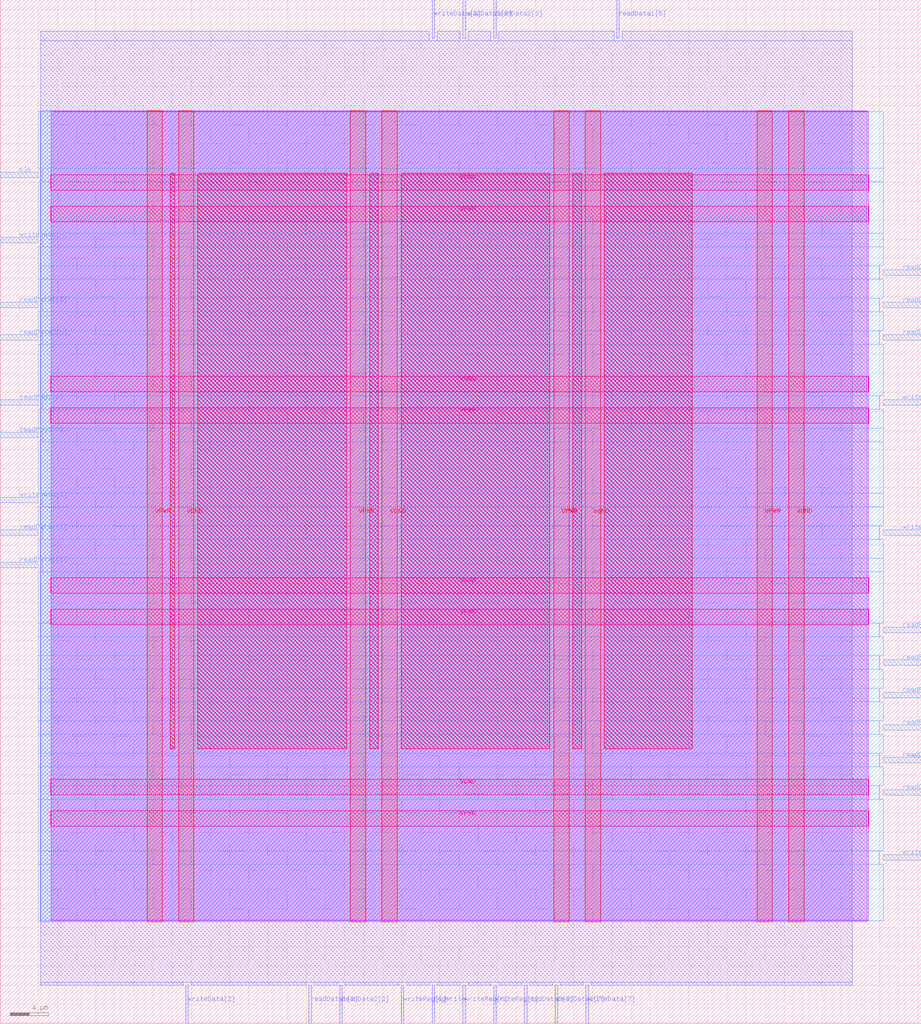
<source format=lef>
VERSION 5.7 ;
  NOWIREEXTENSIONATPIN ON ;
  DIVIDERCHAR "/" ;
  BUSBITCHARS "[]" ;
MACRO register_file
  CLASS BLOCK ;
  FOREIGN register_file ;
  ORIGIN 0.000 0.000 ;
  SIZE 96.345 BY 107.065 ;
  PIN VGND
    DIRECTION INOUT ;
    USE GROUND ;
    PORT
      LAYER met4 ;
        RECT 18.655 10.640 20.255 95.440 ;
    END
    PORT
      LAYER met4 ;
        RECT 39.930 10.640 41.530 95.440 ;
    END
    PORT
      LAYER met4 ;
        RECT 61.205 10.640 62.805 95.440 ;
    END
    PORT
      LAYER met4 ;
        RECT 82.480 10.640 84.080 95.440 ;
    END
    PORT
      LAYER met5 ;
        RECT 5.280 23.920 90.860 25.520 ;
    END
    PORT
      LAYER met5 ;
        RECT 5.280 45.000 90.860 46.600 ;
    END
    PORT
      LAYER met5 ;
        RECT 5.280 66.080 90.860 67.680 ;
    END
    PORT
      LAYER met5 ;
        RECT 5.280 87.160 90.860 88.760 ;
    END
  END VGND
  PIN VPWR
    DIRECTION INOUT ;
    USE POWER ;
    PORT
      LAYER met4 ;
        RECT 15.355 10.640 16.955 95.440 ;
    END
    PORT
      LAYER met4 ;
        RECT 36.630 10.640 38.230 95.440 ;
    END
    PORT
      LAYER met4 ;
        RECT 57.905 10.640 59.505 95.440 ;
    END
    PORT
      LAYER met4 ;
        RECT 79.180 10.640 80.780 95.440 ;
    END
    PORT
      LAYER met5 ;
        RECT 5.280 20.620 90.860 22.220 ;
    END
    PORT
      LAYER met5 ;
        RECT 5.280 41.700 90.860 43.300 ;
    END
    PORT
      LAYER met5 ;
        RECT 5.280 62.780 90.860 64.380 ;
    END
    PORT
      LAYER met5 ;
        RECT 5.280 83.860 90.860 85.460 ;
    END
  END VPWR
  PIN clk
    DIRECTION INPUT ;
    USE SIGNAL ;
    ANTENNAGATEAREA 0.852000 ;
    PORT
      LAYER met3 ;
        RECT 0.000 88.440 4.000 89.040 ;
    END
  END clk
  PIN readData1[0]
    DIRECTION OUTPUT ;
    USE SIGNAL ;
    ANTENNADIFFAREA 0.445500 ;
    PORT
      LAYER met3 ;
        RECT 0.000 74.840 4.000 75.440 ;
    END
  END readData1[0]
  PIN readData1[1]
    DIRECTION OUTPUT ;
    USE SIGNAL ;
    ANTENNADIFFAREA 0.445500 ;
    PORT
      LAYER met3 ;
        RECT 0.000 47.640 4.000 48.240 ;
    END
  END readData1[1]
  PIN readData1[2]
    DIRECTION OUTPUT ;
    USE SIGNAL ;
    ANTENNADIFFAREA 0.445500 ;
    PORT
      LAYER met2 ;
        RECT 32.290 0.000 32.570 4.000 ;
    END
  END readData1[2]
  PIN readData1[3]
    DIRECTION OUTPUT ;
    USE SIGNAL ;
    ANTENNADIFFAREA 0.795200 ;
    PORT
      LAYER met2 ;
        RECT 48.390 103.065 48.670 107.065 ;
    END
  END readData1[3]
  PIN readData1[4]
    DIRECTION OUTPUT ;
    USE SIGNAL ;
    ANTENNADIFFAREA 0.445500 ;
    PORT
      LAYER met3 ;
        RECT 92.345 78.240 96.345 78.840 ;
    END
  END readData1[4]
  PIN readData1[5]
    DIRECTION OUTPUT ;
    USE SIGNAL ;
    ANTENNADIFFAREA 0.795200 ;
    PORT
      LAYER met2 ;
        RECT 64.490 103.065 64.770 107.065 ;
    END
  END readData1[5]
  PIN readData1[6]
    DIRECTION OUTPUT ;
    USE SIGNAL ;
    ANTENNADIFFAREA 0.445500 ;
    PORT
      LAYER met3 ;
        RECT 92.345 27.240 96.345 27.840 ;
    END
  END readData1[6]
  PIN readData1[7]
    DIRECTION OUTPUT ;
    USE SIGNAL ;
    ANTENNADIFFAREA 0.445500 ;
    PORT
      LAYER met2 ;
        RECT 58.050 0.000 58.330 4.000 ;
    END
  END readData1[7]
  PIN readData2[0]
    DIRECTION OUTPUT ;
    USE SIGNAL ;
    ANTENNADIFFAREA 0.445500 ;
    PORT
      LAYER met3 ;
        RECT 0.000 71.440 4.000 72.040 ;
    END
  END readData2[0]
  PIN readData2[1]
    DIRECTION OUTPUT ;
    USE SIGNAL ;
    ANTENNADIFFAREA 0.445500 ;
    PORT
      LAYER met3 ;
        RECT 0.000 51.040 4.000 51.640 ;
    END
  END readData2[1]
  PIN readData2[2]
    DIRECTION OUTPUT ;
    USE SIGNAL ;
    ANTENNADIFFAREA 0.445500 ;
    PORT
      LAYER met2 ;
        RECT 35.510 0.000 35.790 4.000 ;
    END
  END readData2[2]
  PIN readData2[3]
    DIRECTION OUTPUT ;
    USE SIGNAL ;
    ANTENNADIFFAREA 0.795200 ;
    PORT
      LAYER met2 ;
        RECT 51.610 103.065 51.890 107.065 ;
    END
  END readData2[3]
  PIN readData2[4]
    DIRECTION OUTPUT ;
    USE SIGNAL ;
    ANTENNADIFFAREA 0.445500 ;
    PORT
      LAYER met3 ;
        RECT 92.345 74.840 96.345 75.440 ;
    END
  END readData2[4]
  PIN readData2[5]
    DIRECTION OUTPUT ;
    USE SIGNAL ;
    ANTENNADIFFAREA 0.445500 ;
    PORT
      LAYER met3 ;
        RECT 92.345 71.440 96.345 72.040 ;
    END
  END readData2[5]
  PIN readData2[6]
    DIRECTION OUTPUT ;
    USE SIGNAL ;
    ANTENNADIFFAREA 0.445500 ;
    PORT
      LAYER met3 ;
        RECT 92.345 23.840 96.345 24.440 ;
    END
  END readData2[6]
  PIN readData2[7]
    DIRECTION OUTPUT ;
    USE SIGNAL ;
    ANTENNADIFFAREA 0.445500 ;
    PORT
      LAYER met2 ;
        RECT 54.830 0.000 55.110 4.000 ;
    END
  END readData2[7]
  PIN readReg1[0]
    DIRECTION INPUT ;
    USE SIGNAL ;
    ANTENNAGATEAREA 0.126000 ;
    PORT
      LAYER met3 ;
        RECT 92.345 30.640 96.345 31.240 ;
    END
  END readReg1[0]
  PIN readReg1[1]
    DIRECTION INPUT ;
    USE SIGNAL ;
    ANTENNAGATEAREA 0.126000 ;
    PORT
      LAYER met3 ;
        RECT 92.345 37.440 96.345 38.040 ;
    END
  END readReg1[1]
  PIN readReg1[2]
    DIRECTION INPUT ;
    USE SIGNAL ;
    ANTENNAGATEAREA 0.213000 ;
    PORT
      LAYER met3 ;
        RECT 0.000 64.640 4.000 65.240 ;
    END
  END readReg1[2]
  PIN readReg2[0]
    DIRECTION INPUT ;
    USE SIGNAL ;
    ANTENNAGATEAREA 0.126000 ;
    PORT
      LAYER met3 ;
        RECT 92.345 34.040 96.345 34.640 ;
    END
  END readReg2[0]
  PIN readReg2[1]
    DIRECTION INPUT ;
    USE SIGNAL ;
    ANTENNAGATEAREA 0.126000 ;
    ANTENNADIFFAREA 0.434700 ;
    PORT
      LAYER met3 ;
        RECT 92.345 40.840 96.345 41.440 ;
    END
  END readReg2[1]
  PIN readReg2[2]
    DIRECTION INPUT ;
    USE SIGNAL ;
    ANTENNAGATEAREA 0.213000 ;
    PORT
      LAYER met3 ;
        RECT 0.000 61.240 4.000 61.840 ;
    END
  END readReg2[2]
  PIN regWrite
    DIRECTION INPUT ;
    USE SIGNAL ;
    ANTENNAGATEAREA 0.213000 ;
    PORT
      LAYER met2 ;
        RECT 45.170 0.000 45.450 4.000 ;
    END
  END regWrite
  PIN writeData[0]
    DIRECTION INPUT ;
    USE SIGNAL ;
    ANTENNAGATEAREA 0.213000 ;
    PORT
      LAYER met3 ;
        RECT 0.000 81.640 4.000 82.240 ;
    END
  END writeData[0]
  PIN writeData[1]
    DIRECTION INPUT ;
    USE SIGNAL ;
    ANTENNAGATEAREA 0.213000 ;
    PORT
      LAYER met3 ;
        RECT 0.000 54.440 4.000 55.040 ;
    END
  END writeData[1]
  PIN writeData[2]
    DIRECTION INPUT ;
    USE SIGNAL ;
    ANTENNAGATEAREA 0.213000 ;
    PORT
      LAYER met2 ;
        RECT 19.410 0.000 19.690 4.000 ;
    END
  END writeData[2]
  PIN writeData[3]
    DIRECTION INPUT ;
    USE SIGNAL ;
    ANTENNAGATEAREA 0.213000 ;
    PORT
      LAYER met2 ;
        RECT 45.170 103.065 45.450 107.065 ;
    END
  END writeData[3]
  PIN writeData[4]
    DIRECTION INPUT ;
    USE SIGNAL ;
    ANTENNAGATEAREA 0.213000 ;
    PORT
      LAYER met3 ;
        RECT 92.345 64.640 96.345 65.240 ;
    END
  END writeData[4]
  PIN writeData[5]
    DIRECTION INPUT ;
    USE SIGNAL ;
    ANTENNAGATEAREA 0.213000 ;
    PORT
      LAYER met3 ;
        RECT 92.345 51.040 96.345 51.640 ;
    END
  END writeData[5]
  PIN writeData[6]
    DIRECTION INPUT ;
    USE SIGNAL ;
    ANTENNAGATEAREA 0.213000 ;
    PORT
      LAYER met3 ;
        RECT 92.345 17.040 96.345 17.640 ;
    END
  END writeData[6]
  PIN writeData[7]
    DIRECTION INPUT ;
    USE SIGNAL ;
    ANTENNAGATEAREA 0.213000 ;
    PORT
      LAYER met2 ;
        RECT 61.270 0.000 61.550 4.000 ;
    END
  END writeData[7]
  PIN writeReg[0]
    DIRECTION INPUT ;
    USE SIGNAL ;
    ANTENNAGATEAREA 0.126000 ;
    PORT
      LAYER met2 ;
        RECT 48.390 0.000 48.670 4.000 ;
    END
  END writeReg[0]
  PIN writeReg[1]
    DIRECTION INPUT ;
    USE SIGNAL ;
    ANTENNAGATEAREA 0.126000 ;
    PORT
      LAYER met2 ;
        RECT 51.610 0.000 51.890 4.000 ;
    END
  END writeReg[1]
  PIN writeReg[2]
    DIRECTION INPUT ;
    USE SIGNAL ;
    ANTENNAGATEAREA 0.126000 ;
    PORT
      LAYER met2 ;
        RECT 41.950 0.000 42.230 4.000 ;
    END
  END writeReg[2]
  OBS
      LAYER nwell ;
        RECT 5.330 10.795 90.810 95.390 ;
      LAYER li1 ;
        RECT 5.520 10.795 90.620 95.285 ;
      LAYER met1 ;
        RECT 4.210 10.640 90.620 95.440 ;
      LAYER met2 ;
        RECT 4.230 102.785 44.890 103.770 ;
        RECT 45.730 102.785 48.110 103.770 ;
        RECT 48.950 102.785 51.330 103.770 ;
        RECT 52.170 102.785 64.210 103.770 ;
        RECT 65.050 102.785 89.150 103.770 ;
        RECT 4.230 4.280 89.150 102.785 ;
        RECT 4.230 4.000 19.130 4.280 ;
        RECT 19.970 4.000 32.010 4.280 ;
        RECT 32.850 4.000 35.230 4.280 ;
        RECT 36.070 4.000 41.670 4.280 ;
        RECT 42.510 4.000 44.890 4.280 ;
        RECT 45.730 4.000 48.110 4.280 ;
        RECT 48.950 4.000 51.330 4.280 ;
        RECT 52.170 4.000 54.550 4.280 ;
        RECT 55.390 4.000 57.770 4.280 ;
        RECT 58.610 4.000 60.990 4.280 ;
        RECT 61.830 4.000 89.150 4.280 ;
      LAYER met3 ;
        RECT 3.990 89.440 92.345 95.365 ;
        RECT 4.400 88.040 92.345 89.440 ;
        RECT 3.990 82.640 92.345 88.040 ;
        RECT 4.400 81.240 92.345 82.640 ;
        RECT 3.990 79.240 92.345 81.240 ;
        RECT 3.990 77.840 91.945 79.240 ;
        RECT 3.990 75.840 92.345 77.840 ;
        RECT 4.400 74.440 91.945 75.840 ;
        RECT 3.990 72.440 92.345 74.440 ;
        RECT 4.400 71.040 91.945 72.440 ;
        RECT 3.990 65.640 92.345 71.040 ;
        RECT 4.400 64.240 91.945 65.640 ;
        RECT 3.990 62.240 92.345 64.240 ;
        RECT 4.400 60.840 92.345 62.240 ;
        RECT 3.990 55.440 92.345 60.840 ;
        RECT 4.400 54.040 92.345 55.440 ;
        RECT 3.990 52.040 92.345 54.040 ;
        RECT 4.400 50.640 91.945 52.040 ;
        RECT 3.990 48.640 92.345 50.640 ;
        RECT 4.400 47.240 92.345 48.640 ;
        RECT 3.990 41.840 92.345 47.240 ;
        RECT 3.990 40.440 91.945 41.840 ;
        RECT 3.990 38.440 92.345 40.440 ;
        RECT 3.990 37.040 91.945 38.440 ;
        RECT 3.990 35.040 92.345 37.040 ;
        RECT 3.990 33.640 91.945 35.040 ;
        RECT 3.990 31.640 92.345 33.640 ;
        RECT 3.990 30.240 91.945 31.640 ;
        RECT 3.990 28.240 92.345 30.240 ;
        RECT 3.990 26.840 91.945 28.240 ;
        RECT 3.990 24.840 92.345 26.840 ;
        RECT 3.990 23.440 91.945 24.840 ;
        RECT 3.990 18.040 92.345 23.440 ;
        RECT 3.990 16.640 91.945 18.040 ;
        RECT 3.990 10.715 92.345 16.640 ;
      LAYER met4 ;
        RECT 17.775 28.735 18.255 88.905 ;
        RECT 20.655 28.735 36.230 88.905 ;
        RECT 38.630 28.735 39.530 88.905 ;
        RECT 41.930 28.735 57.505 88.905 ;
        RECT 59.905 28.735 60.805 88.905 ;
        RECT 63.205 28.735 72.385 88.905 ;
  END
END register_file
END LIBRARY


</source>
